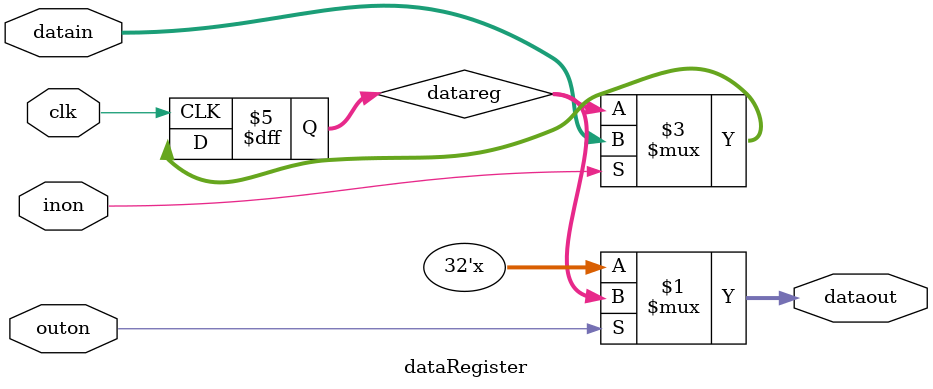
<source format=v>
module dataRegister (
  input clk,
  input inon,
  input outon,
  input [31:0] datain,
  output [31:0] dataout
);
  reg [31:0] datareg;
  assign dataout = outon ? datareg : 32'bz;
  always @ (posedge clk) begin
    if (inon) datareg <= datain;
  end
endmodule
</source>
